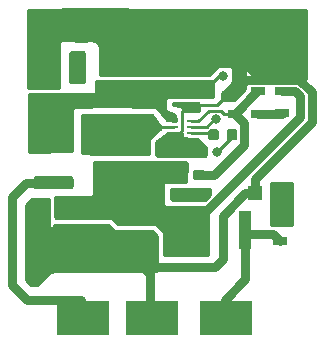
<source format=gtl>
G04 #@! TF.GenerationSoftware,KiCad,Pcbnew,(5.1.4-0-10_14)*
G04 #@! TF.CreationDate,2020-02-13T02:06:37-05:00*
G04 #@! TF.ProjectId,Buck_HighCurrent,4275636b-5f48-4696-9768-43757272656e,rev?*
G04 #@! TF.SameCoordinates,Original*
G04 #@! TF.FileFunction,Copper,L1,Top*
G04 #@! TF.FilePolarity,Positive*
%FSLAX46Y46*%
G04 Gerber Fmt 4.6, Leading zero omitted, Abs format (unit mm)*
G04 Created by KiCad (PCBNEW (5.1.4-0-10_14)) date 2020-02-13 02:06:37*
%MOMM*%
%LPD*%
G04 APERTURE LIST*
%ADD10C,0.100000*%
%ADD11C,0.875000*%
%ADD12R,1.250000X1.000000*%
%ADD13R,1.600000X1.000000*%
%ADD14C,1.125000*%
%ADD15R,2.159000X1.778000*%
%ADD16R,1.200000X1.200000*%
%ADD17R,2.692400X1.981200*%
%ADD18R,1.300000X0.700000*%
%ADD19R,1.000000X3.200000*%
%ADD20R,0.700000X0.200000*%
%ADD21R,4.500000X3.000000*%
%ADD22C,0.800000*%
%ADD23C,0.254000*%
%ADD24C,0.762000*%
G04 APERTURE END LIST*
D10*
G36*
X107447911Y-116614473D02*
G01*
X107469146Y-116617623D01*
X107489970Y-116622839D01*
X107510182Y-116630071D01*
X107529588Y-116639250D01*
X107548001Y-116650286D01*
X107565244Y-116663074D01*
X107581150Y-116677490D01*
X107595566Y-116693396D01*
X107608354Y-116710639D01*
X107619390Y-116729052D01*
X107628569Y-116748458D01*
X107635801Y-116768670D01*
X107641017Y-116789494D01*
X107644167Y-116810729D01*
X107645220Y-116832170D01*
X107645220Y-117269670D01*
X107644167Y-117291111D01*
X107641017Y-117312346D01*
X107635801Y-117333170D01*
X107628569Y-117353382D01*
X107619390Y-117372788D01*
X107608354Y-117391201D01*
X107595566Y-117408444D01*
X107581150Y-117424350D01*
X107565244Y-117438766D01*
X107548001Y-117451554D01*
X107529588Y-117462590D01*
X107510182Y-117471769D01*
X107489970Y-117479001D01*
X107469146Y-117484217D01*
X107447911Y-117487367D01*
X107426470Y-117488420D01*
X106913970Y-117488420D01*
X106892529Y-117487367D01*
X106871294Y-117484217D01*
X106850470Y-117479001D01*
X106830258Y-117471769D01*
X106810852Y-117462590D01*
X106792439Y-117451554D01*
X106775196Y-117438766D01*
X106759290Y-117424350D01*
X106744874Y-117408444D01*
X106732086Y-117391201D01*
X106721050Y-117372788D01*
X106711871Y-117353382D01*
X106704639Y-117333170D01*
X106699423Y-117312346D01*
X106696273Y-117291111D01*
X106695220Y-117269670D01*
X106695220Y-116832170D01*
X106696273Y-116810729D01*
X106699423Y-116789494D01*
X106704639Y-116768670D01*
X106711871Y-116748458D01*
X106721050Y-116729052D01*
X106732086Y-116710639D01*
X106744874Y-116693396D01*
X106759290Y-116677490D01*
X106775196Y-116663074D01*
X106792439Y-116650286D01*
X106810852Y-116639250D01*
X106830258Y-116630071D01*
X106850470Y-116622839D01*
X106871294Y-116617623D01*
X106892529Y-116614473D01*
X106913970Y-116613420D01*
X107426470Y-116613420D01*
X107447911Y-116614473D01*
X107447911Y-116614473D01*
G37*
D11*
X107170220Y-117050920D03*
D10*
G36*
X107447911Y-115039473D02*
G01*
X107469146Y-115042623D01*
X107489970Y-115047839D01*
X107510182Y-115055071D01*
X107529588Y-115064250D01*
X107548001Y-115075286D01*
X107565244Y-115088074D01*
X107581150Y-115102490D01*
X107595566Y-115118396D01*
X107608354Y-115135639D01*
X107619390Y-115154052D01*
X107628569Y-115173458D01*
X107635801Y-115193670D01*
X107641017Y-115214494D01*
X107644167Y-115235729D01*
X107645220Y-115257170D01*
X107645220Y-115694670D01*
X107644167Y-115716111D01*
X107641017Y-115737346D01*
X107635801Y-115758170D01*
X107628569Y-115778382D01*
X107619390Y-115797788D01*
X107608354Y-115816201D01*
X107595566Y-115833444D01*
X107581150Y-115849350D01*
X107565244Y-115863766D01*
X107548001Y-115876554D01*
X107529588Y-115887590D01*
X107510182Y-115896769D01*
X107489970Y-115904001D01*
X107469146Y-115909217D01*
X107447911Y-115912367D01*
X107426470Y-115913420D01*
X106913970Y-115913420D01*
X106892529Y-115912367D01*
X106871294Y-115909217D01*
X106850470Y-115904001D01*
X106830258Y-115896769D01*
X106810852Y-115887590D01*
X106792439Y-115876554D01*
X106775196Y-115863766D01*
X106759290Y-115849350D01*
X106744874Y-115833444D01*
X106732086Y-115816201D01*
X106721050Y-115797788D01*
X106711871Y-115778382D01*
X106704639Y-115758170D01*
X106699423Y-115737346D01*
X106696273Y-115716111D01*
X106695220Y-115694670D01*
X106695220Y-115257170D01*
X106696273Y-115235729D01*
X106699423Y-115214494D01*
X106704639Y-115193670D01*
X106711871Y-115173458D01*
X106721050Y-115154052D01*
X106732086Y-115135639D01*
X106744874Y-115118396D01*
X106759290Y-115102490D01*
X106775196Y-115088074D01*
X106792439Y-115075286D01*
X106810852Y-115064250D01*
X106830258Y-115055071D01*
X106850470Y-115047839D01*
X106871294Y-115042623D01*
X106892529Y-115039473D01*
X106913970Y-115038420D01*
X107426470Y-115038420D01*
X107447911Y-115039473D01*
X107447911Y-115039473D01*
G37*
D11*
X107170220Y-115475920D03*
D12*
X109308900Y-115199920D03*
X109308900Y-117199920D03*
X111574580Y-117151660D03*
X111574580Y-115151660D03*
D10*
G36*
X112416651Y-120551973D02*
G01*
X112437886Y-120555123D01*
X112458710Y-120560339D01*
X112478922Y-120567571D01*
X112498328Y-120576750D01*
X112516741Y-120587786D01*
X112533984Y-120600574D01*
X112549890Y-120614990D01*
X112564306Y-120630896D01*
X112577094Y-120648139D01*
X112588130Y-120666552D01*
X112597309Y-120685958D01*
X112604541Y-120706170D01*
X112609757Y-120726994D01*
X112612907Y-120748229D01*
X112613960Y-120769670D01*
X112613960Y-121282170D01*
X112612907Y-121303611D01*
X112609757Y-121324846D01*
X112604541Y-121345670D01*
X112597309Y-121365882D01*
X112588130Y-121385288D01*
X112577094Y-121403701D01*
X112564306Y-121420944D01*
X112549890Y-121436850D01*
X112533984Y-121451266D01*
X112516741Y-121464054D01*
X112498328Y-121475090D01*
X112478922Y-121484269D01*
X112458710Y-121491501D01*
X112437886Y-121496717D01*
X112416651Y-121499867D01*
X112395210Y-121500920D01*
X111957710Y-121500920D01*
X111936269Y-121499867D01*
X111915034Y-121496717D01*
X111894210Y-121491501D01*
X111873998Y-121484269D01*
X111854592Y-121475090D01*
X111836179Y-121464054D01*
X111818936Y-121451266D01*
X111803030Y-121436850D01*
X111788614Y-121420944D01*
X111775826Y-121403701D01*
X111764790Y-121385288D01*
X111755611Y-121365882D01*
X111748379Y-121345670D01*
X111743163Y-121324846D01*
X111740013Y-121303611D01*
X111738960Y-121282170D01*
X111738960Y-120769670D01*
X111740013Y-120748229D01*
X111743163Y-120726994D01*
X111748379Y-120706170D01*
X111755611Y-120685958D01*
X111764790Y-120666552D01*
X111775826Y-120648139D01*
X111788614Y-120630896D01*
X111803030Y-120614990D01*
X111818936Y-120600574D01*
X111836179Y-120587786D01*
X111854592Y-120576750D01*
X111873998Y-120567571D01*
X111894210Y-120560339D01*
X111915034Y-120555123D01*
X111936269Y-120551973D01*
X111957710Y-120550920D01*
X112395210Y-120550920D01*
X112416651Y-120551973D01*
X112416651Y-120551973D01*
G37*
D11*
X112176460Y-121025920D03*
D10*
G36*
X113991651Y-120551973D02*
G01*
X114012886Y-120555123D01*
X114033710Y-120560339D01*
X114053922Y-120567571D01*
X114073328Y-120576750D01*
X114091741Y-120587786D01*
X114108984Y-120600574D01*
X114124890Y-120614990D01*
X114139306Y-120630896D01*
X114152094Y-120648139D01*
X114163130Y-120666552D01*
X114172309Y-120685958D01*
X114179541Y-120706170D01*
X114184757Y-120726994D01*
X114187907Y-120748229D01*
X114188960Y-120769670D01*
X114188960Y-121282170D01*
X114187907Y-121303611D01*
X114184757Y-121324846D01*
X114179541Y-121345670D01*
X114172309Y-121365882D01*
X114163130Y-121385288D01*
X114152094Y-121403701D01*
X114139306Y-121420944D01*
X114124890Y-121436850D01*
X114108984Y-121451266D01*
X114091741Y-121464054D01*
X114073328Y-121475090D01*
X114053922Y-121484269D01*
X114033710Y-121491501D01*
X114012886Y-121496717D01*
X113991651Y-121499867D01*
X113970210Y-121500920D01*
X113532710Y-121500920D01*
X113511269Y-121499867D01*
X113490034Y-121496717D01*
X113469210Y-121491501D01*
X113448998Y-121484269D01*
X113429592Y-121475090D01*
X113411179Y-121464054D01*
X113393936Y-121451266D01*
X113378030Y-121436850D01*
X113363614Y-121420944D01*
X113350826Y-121403701D01*
X113339790Y-121385288D01*
X113330611Y-121365882D01*
X113323379Y-121345670D01*
X113318163Y-121324846D01*
X113315013Y-121303611D01*
X113313960Y-121282170D01*
X113313960Y-120769670D01*
X113315013Y-120748229D01*
X113318163Y-120726994D01*
X113323379Y-120706170D01*
X113330611Y-120685958D01*
X113339790Y-120666552D01*
X113350826Y-120648139D01*
X113363614Y-120630896D01*
X113378030Y-120614990D01*
X113393936Y-120600574D01*
X113411179Y-120587786D01*
X113429592Y-120576750D01*
X113448998Y-120567571D01*
X113469210Y-120560339D01*
X113490034Y-120555123D01*
X113511269Y-120551973D01*
X113532710Y-120550920D01*
X113970210Y-120550920D01*
X113991651Y-120551973D01*
X113991651Y-120551973D01*
G37*
D11*
X113751460Y-121025920D03*
D12*
X100007420Y-127226820D03*
X100007420Y-129226820D03*
D13*
X102270560Y-127250060D03*
X102270560Y-130250060D03*
D10*
G36*
X107097865Y-126765004D02*
G01*
X107122133Y-126768604D01*
X107145932Y-126774565D01*
X107169031Y-126782830D01*
X107191210Y-126793320D01*
X107212253Y-126805932D01*
X107231959Y-126820547D01*
X107250137Y-126837023D01*
X107266613Y-126855201D01*
X107281228Y-126874907D01*
X107293840Y-126895950D01*
X107304330Y-126918129D01*
X107312595Y-126941228D01*
X107318556Y-126965027D01*
X107322156Y-126989295D01*
X107323360Y-127013799D01*
X107323360Y-127638801D01*
X107322156Y-127663305D01*
X107318556Y-127687573D01*
X107312595Y-127711372D01*
X107304330Y-127734471D01*
X107293840Y-127756650D01*
X107281228Y-127777693D01*
X107266613Y-127797399D01*
X107250137Y-127815577D01*
X107231959Y-127832053D01*
X107212253Y-127846668D01*
X107191210Y-127859280D01*
X107169031Y-127869770D01*
X107145932Y-127878035D01*
X107122133Y-127883996D01*
X107097865Y-127887596D01*
X107073361Y-127888800D01*
X104173359Y-127888800D01*
X104148855Y-127887596D01*
X104124587Y-127883996D01*
X104100788Y-127878035D01*
X104077689Y-127869770D01*
X104055510Y-127859280D01*
X104034467Y-127846668D01*
X104014761Y-127832053D01*
X103996583Y-127815577D01*
X103980107Y-127797399D01*
X103965492Y-127777693D01*
X103952880Y-127756650D01*
X103942390Y-127734471D01*
X103934125Y-127711372D01*
X103928164Y-127687573D01*
X103924564Y-127663305D01*
X103923360Y-127638801D01*
X103923360Y-127013799D01*
X103924564Y-126989295D01*
X103928164Y-126965027D01*
X103934125Y-126941228D01*
X103942390Y-126918129D01*
X103952880Y-126895950D01*
X103965492Y-126874907D01*
X103980107Y-126855201D01*
X103996583Y-126837023D01*
X104014761Y-126820547D01*
X104034467Y-126805932D01*
X104055510Y-126793320D01*
X104077689Y-126782830D01*
X104100788Y-126774565D01*
X104124587Y-126768604D01*
X104148855Y-126765004D01*
X104173359Y-126763800D01*
X107073361Y-126763800D01*
X107097865Y-126765004D01*
X107097865Y-126765004D01*
G37*
D14*
X105623360Y-127326300D03*
D10*
G36*
X107097865Y-131040004D02*
G01*
X107122133Y-131043604D01*
X107145932Y-131049565D01*
X107169031Y-131057830D01*
X107191210Y-131068320D01*
X107212253Y-131080932D01*
X107231959Y-131095547D01*
X107250137Y-131112023D01*
X107266613Y-131130201D01*
X107281228Y-131149907D01*
X107293840Y-131170950D01*
X107304330Y-131193129D01*
X107312595Y-131216228D01*
X107318556Y-131240027D01*
X107322156Y-131264295D01*
X107323360Y-131288799D01*
X107323360Y-131913801D01*
X107322156Y-131938305D01*
X107318556Y-131962573D01*
X107312595Y-131986372D01*
X107304330Y-132009471D01*
X107293840Y-132031650D01*
X107281228Y-132052693D01*
X107266613Y-132072399D01*
X107250137Y-132090577D01*
X107231959Y-132107053D01*
X107212253Y-132121668D01*
X107191210Y-132134280D01*
X107169031Y-132144770D01*
X107145932Y-132153035D01*
X107122133Y-132158996D01*
X107097865Y-132162596D01*
X107073361Y-132163800D01*
X104173359Y-132163800D01*
X104148855Y-132162596D01*
X104124587Y-132158996D01*
X104100788Y-132153035D01*
X104077689Y-132144770D01*
X104055510Y-132134280D01*
X104034467Y-132121668D01*
X104014761Y-132107053D01*
X103996583Y-132090577D01*
X103980107Y-132072399D01*
X103965492Y-132052693D01*
X103952880Y-132031650D01*
X103942390Y-132009471D01*
X103934125Y-131986372D01*
X103928164Y-131962573D01*
X103924564Y-131938305D01*
X103923360Y-131913801D01*
X103923360Y-131288799D01*
X103924564Y-131264295D01*
X103928164Y-131240027D01*
X103934125Y-131216228D01*
X103942390Y-131193129D01*
X103952880Y-131170950D01*
X103965492Y-131149907D01*
X103980107Y-131130201D01*
X103996583Y-131112023D01*
X104014761Y-131095547D01*
X104034467Y-131080932D01*
X104055510Y-131068320D01*
X104077689Y-131057830D01*
X104100788Y-131049565D01*
X104124587Y-131043604D01*
X104148855Y-131040004D01*
X104173359Y-131038800D01*
X107073361Y-131038800D01*
X107097865Y-131040004D01*
X107097865Y-131040004D01*
G37*
D14*
X105623360Y-131601300D03*
D10*
G36*
X111222351Y-123967573D02*
G01*
X111243586Y-123970723D01*
X111264410Y-123975939D01*
X111284622Y-123983171D01*
X111304028Y-123992350D01*
X111322441Y-124003386D01*
X111339684Y-124016174D01*
X111355590Y-124030590D01*
X111370006Y-124046496D01*
X111382794Y-124063739D01*
X111393830Y-124082152D01*
X111403009Y-124101558D01*
X111410241Y-124121770D01*
X111415457Y-124142594D01*
X111418607Y-124163829D01*
X111419660Y-124185270D01*
X111419660Y-124622770D01*
X111418607Y-124644211D01*
X111415457Y-124665446D01*
X111410241Y-124686270D01*
X111403009Y-124706482D01*
X111393830Y-124725888D01*
X111382794Y-124744301D01*
X111370006Y-124761544D01*
X111355590Y-124777450D01*
X111339684Y-124791866D01*
X111322441Y-124804654D01*
X111304028Y-124815690D01*
X111284622Y-124824869D01*
X111264410Y-124832101D01*
X111243586Y-124837317D01*
X111222351Y-124840467D01*
X111200910Y-124841520D01*
X110688410Y-124841520D01*
X110666969Y-124840467D01*
X110645734Y-124837317D01*
X110624910Y-124832101D01*
X110604698Y-124824869D01*
X110585292Y-124815690D01*
X110566879Y-124804654D01*
X110549636Y-124791866D01*
X110533730Y-124777450D01*
X110519314Y-124761544D01*
X110506526Y-124744301D01*
X110495490Y-124725888D01*
X110486311Y-124706482D01*
X110479079Y-124686270D01*
X110473863Y-124665446D01*
X110470713Y-124644211D01*
X110469660Y-124622770D01*
X110469660Y-124185270D01*
X110470713Y-124163829D01*
X110473863Y-124142594D01*
X110479079Y-124121770D01*
X110486311Y-124101558D01*
X110495490Y-124082152D01*
X110506526Y-124063739D01*
X110519314Y-124046496D01*
X110533730Y-124030590D01*
X110549636Y-124016174D01*
X110566879Y-124003386D01*
X110585292Y-123992350D01*
X110604698Y-123983171D01*
X110624910Y-123975939D01*
X110645734Y-123970723D01*
X110666969Y-123967573D01*
X110688410Y-123966520D01*
X111200910Y-123966520D01*
X111222351Y-123967573D01*
X111222351Y-123967573D01*
G37*
D11*
X110944660Y-124404020D03*
D10*
G36*
X111222351Y-125542573D02*
G01*
X111243586Y-125545723D01*
X111264410Y-125550939D01*
X111284622Y-125558171D01*
X111304028Y-125567350D01*
X111322441Y-125578386D01*
X111339684Y-125591174D01*
X111355590Y-125605590D01*
X111370006Y-125621496D01*
X111382794Y-125638739D01*
X111393830Y-125657152D01*
X111403009Y-125676558D01*
X111410241Y-125696770D01*
X111415457Y-125717594D01*
X111418607Y-125738829D01*
X111419660Y-125760270D01*
X111419660Y-126197770D01*
X111418607Y-126219211D01*
X111415457Y-126240446D01*
X111410241Y-126261270D01*
X111403009Y-126281482D01*
X111393830Y-126300888D01*
X111382794Y-126319301D01*
X111370006Y-126336544D01*
X111355590Y-126352450D01*
X111339684Y-126366866D01*
X111322441Y-126379654D01*
X111304028Y-126390690D01*
X111284622Y-126399869D01*
X111264410Y-126407101D01*
X111243586Y-126412317D01*
X111222351Y-126415467D01*
X111200910Y-126416520D01*
X110688410Y-126416520D01*
X110666969Y-126415467D01*
X110645734Y-126412317D01*
X110624910Y-126407101D01*
X110604698Y-126399869D01*
X110585292Y-126390690D01*
X110566879Y-126379654D01*
X110549636Y-126366866D01*
X110533730Y-126352450D01*
X110519314Y-126336544D01*
X110506526Y-126319301D01*
X110495490Y-126300888D01*
X110486311Y-126281482D01*
X110479079Y-126261270D01*
X110473863Y-126240446D01*
X110470713Y-126219211D01*
X110469660Y-126197770D01*
X110469660Y-125760270D01*
X110470713Y-125738829D01*
X110473863Y-125717594D01*
X110479079Y-125696770D01*
X110486311Y-125676558D01*
X110495490Y-125657152D01*
X110506526Y-125638739D01*
X110519314Y-125621496D01*
X110533730Y-125605590D01*
X110549636Y-125591174D01*
X110566879Y-125578386D01*
X110585292Y-125567350D01*
X110604698Y-125558171D01*
X110624910Y-125550939D01*
X110645734Y-125545723D01*
X110666969Y-125542573D01*
X110688410Y-125541520D01*
X111200910Y-125541520D01*
X111222351Y-125542573D01*
X111222351Y-125542573D01*
G37*
D11*
X110944660Y-125979020D03*
D15*
X104096820Y-113190020D03*
X104096820Y-117254020D03*
D16*
X100688140Y-114483060D03*
X100688140Y-112283060D03*
X115661260Y-125991620D03*
X117861260Y-125991620D03*
D10*
G36*
X100110325Y-120254984D02*
G01*
X100134593Y-120258584D01*
X100158392Y-120264545D01*
X100181491Y-120272810D01*
X100203670Y-120283300D01*
X100224713Y-120295912D01*
X100244419Y-120310527D01*
X100262597Y-120327003D01*
X100279073Y-120345181D01*
X100293688Y-120364887D01*
X100306300Y-120385930D01*
X100316790Y-120408109D01*
X100325055Y-120431208D01*
X100331016Y-120455007D01*
X100334616Y-120479275D01*
X100335820Y-120503779D01*
X100335820Y-121128781D01*
X100334616Y-121153285D01*
X100331016Y-121177553D01*
X100325055Y-121201352D01*
X100316790Y-121224451D01*
X100306300Y-121246630D01*
X100293688Y-121267673D01*
X100279073Y-121287379D01*
X100262597Y-121305557D01*
X100244419Y-121322033D01*
X100224713Y-121336648D01*
X100203670Y-121349260D01*
X100181491Y-121359750D01*
X100158392Y-121368015D01*
X100134593Y-121373976D01*
X100110325Y-121377576D01*
X100085821Y-121378780D01*
X97185819Y-121378780D01*
X97161315Y-121377576D01*
X97137047Y-121373976D01*
X97113248Y-121368015D01*
X97090149Y-121359750D01*
X97067970Y-121349260D01*
X97046927Y-121336648D01*
X97027221Y-121322033D01*
X97009043Y-121305557D01*
X96992567Y-121287379D01*
X96977952Y-121267673D01*
X96965340Y-121246630D01*
X96954850Y-121224451D01*
X96946585Y-121201352D01*
X96940624Y-121177553D01*
X96937024Y-121153285D01*
X96935820Y-121128781D01*
X96935820Y-120503779D01*
X96937024Y-120479275D01*
X96940624Y-120455007D01*
X96946585Y-120431208D01*
X96954850Y-120408109D01*
X96965340Y-120385930D01*
X96977952Y-120364887D01*
X96992567Y-120345181D01*
X97009043Y-120327003D01*
X97027221Y-120310527D01*
X97046927Y-120295912D01*
X97067970Y-120283300D01*
X97090149Y-120272810D01*
X97113248Y-120264545D01*
X97137047Y-120258584D01*
X97161315Y-120254984D01*
X97185819Y-120253780D01*
X100085821Y-120253780D01*
X100110325Y-120254984D01*
X100110325Y-120254984D01*
G37*
D14*
X98635820Y-120816280D03*
D10*
G36*
X100110325Y-124529984D02*
G01*
X100134593Y-124533584D01*
X100158392Y-124539545D01*
X100181491Y-124547810D01*
X100203670Y-124558300D01*
X100224713Y-124570912D01*
X100244419Y-124585527D01*
X100262597Y-124602003D01*
X100279073Y-124620181D01*
X100293688Y-124639887D01*
X100306300Y-124660930D01*
X100316790Y-124683109D01*
X100325055Y-124706208D01*
X100331016Y-124730007D01*
X100334616Y-124754275D01*
X100335820Y-124778779D01*
X100335820Y-125403781D01*
X100334616Y-125428285D01*
X100331016Y-125452553D01*
X100325055Y-125476352D01*
X100316790Y-125499451D01*
X100306300Y-125521630D01*
X100293688Y-125542673D01*
X100279073Y-125562379D01*
X100262597Y-125580557D01*
X100244419Y-125597033D01*
X100224713Y-125611648D01*
X100203670Y-125624260D01*
X100181491Y-125634750D01*
X100158392Y-125643015D01*
X100134593Y-125648976D01*
X100110325Y-125652576D01*
X100085821Y-125653780D01*
X97185819Y-125653780D01*
X97161315Y-125652576D01*
X97137047Y-125648976D01*
X97113248Y-125643015D01*
X97090149Y-125634750D01*
X97067970Y-125624260D01*
X97046927Y-125611648D01*
X97027221Y-125597033D01*
X97009043Y-125580557D01*
X96992567Y-125562379D01*
X96977952Y-125542673D01*
X96965340Y-125521630D01*
X96954850Y-125499451D01*
X96946585Y-125476352D01*
X96940624Y-125452553D01*
X96937024Y-125428285D01*
X96935820Y-125403781D01*
X96935820Y-124778779D01*
X96937024Y-124754275D01*
X96940624Y-124730007D01*
X96946585Y-124706208D01*
X96954850Y-124683109D01*
X96965340Y-124660930D01*
X96977952Y-124639887D01*
X96992567Y-124620181D01*
X97009043Y-124602003D01*
X97027221Y-124585527D01*
X97046927Y-124570912D01*
X97067970Y-124558300D01*
X97090149Y-124547810D01*
X97113248Y-124539545D01*
X97137047Y-124533584D01*
X97161315Y-124529984D01*
X97185819Y-124528780D01*
X100085821Y-124528780D01*
X100110325Y-124529984D01*
X100110325Y-124529984D01*
G37*
D14*
X98635820Y-125091280D03*
D17*
X104114600Y-124714000D03*
X104114600Y-120650000D03*
D18*
X113964720Y-119222560D03*
X113964720Y-117322560D03*
X115940840Y-117322560D03*
X115940840Y-119222560D03*
X117975380Y-117309860D03*
X117975380Y-119209860D03*
D19*
X114885400Y-129123440D03*
X108685400Y-129123440D03*
D18*
X117815360Y-128135340D03*
X117815360Y-130035340D03*
D10*
G36*
X109545951Y-125542573D02*
G01*
X109567186Y-125545723D01*
X109588010Y-125550939D01*
X109608222Y-125558171D01*
X109627628Y-125567350D01*
X109646041Y-125578386D01*
X109663284Y-125591174D01*
X109679190Y-125605590D01*
X109693606Y-125621496D01*
X109706394Y-125638739D01*
X109717430Y-125657152D01*
X109726609Y-125676558D01*
X109733841Y-125696770D01*
X109739057Y-125717594D01*
X109742207Y-125738829D01*
X109743260Y-125760270D01*
X109743260Y-126197770D01*
X109742207Y-126219211D01*
X109739057Y-126240446D01*
X109733841Y-126261270D01*
X109726609Y-126281482D01*
X109717430Y-126300888D01*
X109706394Y-126319301D01*
X109693606Y-126336544D01*
X109679190Y-126352450D01*
X109663284Y-126366866D01*
X109646041Y-126379654D01*
X109627628Y-126390690D01*
X109608222Y-126399869D01*
X109588010Y-126407101D01*
X109567186Y-126412317D01*
X109545951Y-126415467D01*
X109524510Y-126416520D01*
X109012010Y-126416520D01*
X108990569Y-126415467D01*
X108969334Y-126412317D01*
X108948510Y-126407101D01*
X108928298Y-126399869D01*
X108908892Y-126390690D01*
X108890479Y-126379654D01*
X108873236Y-126366866D01*
X108857330Y-126352450D01*
X108842914Y-126336544D01*
X108830126Y-126319301D01*
X108819090Y-126300888D01*
X108809911Y-126281482D01*
X108802679Y-126261270D01*
X108797463Y-126240446D01*
X108794313Y-126219211D01*
X108793260Y-126197770D01*
X108793260Y-125760270D01*
X108794313Y-125738829D01*
X108797463Y-125717594D01*
X108802679Y-125696770D01*
X108809911Y-125676558D01*
X108819090Y-125657152D01*
X108830126Y-125638739D01*
X108842914Y-125621496D01*
X108857330Y-125605590D01*
X108873236Y-125591174D01*
X108890479Y-125578386D01*
X108908892Y-125567350D01*
X108928298Y-125558171D01*
X108948510Y-125550939D01*
X108969334Y-125545723D01*
X108990569Y-125542573D01*
X109012010Y-125541520D01*
X109524510Y-125541520D01*
X109545951Y-125542573D01*
X109545951Y-125542573D01*
G37*
D11*
X109268260Y-125979020D03*
D10*
G36*
X109545951Y-123967573D02*
G01*
X109567186Y-123970723D01*
X109588010Y-123975939D01*
X109608222Y-123983171D01*
X109627628Y-123992350D01*
X109646041Y-124003386D01*
X109663284Y-124016174D01*
X109679190Y-124030590D01*
X109693606Y-124046496D01*
X109706394Y-124063739D01*
X109717430Y-124082152D01*
X109726609Y-124101558D01*
X109733841Y-124121770D01*
X109739057Y-124142594D01*
X109742207Y-124163829D01*
X109743260Y-124185270D01*
X109743260Y-124622770D01*
X109742207Y-124644211D01*
X109739057Y-124665446D01*
X109733841Y-124686270D01*
X109726609Y-124706482D01*
X109717430Y-124725888D01*
X109706394Y-124744301D01*
X109693606Y-124761544D01*
X109679190Y-124777450D01*
X109663284Y-124791866D01*
X109646041Y-124804654D01*
X109627628Y-124815690D01*
X109608222Y-124824869D01*
X109588010Y-124832101D01*
X109567186Y-124837317D01*
X109545951Y-124840467D01*
X109524510Y-124841520D01*
X109012010Y-124841520D01*
X108990569Y-124840467D01*
X108969334Y-124837317D01*
X108948510Y-124832101D01*
X108928298Y-124824869D01*
X108908892Y-124815690D01*
X108890479Y-124804654D01*
X108873236Y-124791866D01*
X108857330Y-124777450D01*
X108842914Y-124761544D01*
X108830126Y-124744301D01*
X108819090Y-124725888D01*
X108809911Y-124706482D01*
X108802679Y-124686270D01*
X108797463Y-124665446D01*
X108794313Y-124644211D01*
X108793260Y-124622770D01*
X108793260Y-124185270D01*
X108794313Y-124163829D01*
X108797463Y-124142594D01*
X108802679Y-124121770D01*
X108809911Y-124101558D01*
X108819090Y-124082152D01*
X108830126Y-124063739D01*
X108842914Y-124046496D01*
X108857330Y-124030590D01*
X108873236Y-124016174D01*
X108890479Y-124003386D01*
X108908892Y-123992350D01*
X108928298Y-123983171D01*
X108948510Y-123975939D01*
X108969334Y-123970723D01*
X108990569Y-123967573D01*
X109012010Y-123966520D01*
X109524510Y-123966520D01*
X109545951Y-123967573D01*
X109545951Y-123967573D01*
G37*
D11*
X109268260Y-124404020D03*
D20*
X108802740Y-119860440D03*
X108802740Y-120860440D03*
X110302740Y-119860440D03*
X108802740Y-120360440D03*
X110302740Y-120860440D03*
X110302740Y-120360440D03*
D21*
X101119940Y-136519920D03*
X113263680Y-136542780D03*
X106936540Y-136519920D03*
D18*
X100660200Y-118168460D03*
X100660200Y-116268460D03*
D22*
X112406779Y-119707881D03*
X113024920Y-116039900D03*
X97282000Y-128016000D03*
X97282000Y-129286000D03*
X97282000Y-130556000D03*
X97282000Y-131826000D03*
X107950000Y-122174000D03*
X109220000Y-122174000D03*
X110490000Y-122174000D03*
X97282000Y-116332000D03*
X98298000Y-115316000D03*
X97282000Y-114300000D03*
X98298000Y-113284000D03*
X116586000Y-114808000D03*
X116840000Y-112014000D03*
X114300000Y-112014000D03*
X112014000Y-112014000D03*
X109728000Y-112014000D03*
X107696000Y-112014000D03*
X112453420Y-122509280D03*
X107373420Y-120347740D03*
D23*
X112247675Y-119707881D02*
X112406779Y-119707881D01*
X111595116Y-120360440D02*
X112247675Y-119707881D01*
X110302740Y-120360440D02*
X111595116Y-120360440D01*
X112686340Y-116039900D02*
X111574580Y-117151660D01*
X113024920Y-116039900D02*
X112686340Y-116039900D01*
X109354339Y-120860440D02*
X109514640Y-120700139D01*
X108802740Y-120860440D02*
X109354339Y-120860440D01*
X109514640Y-120700139D02*
X109514640Y-119047260D01*
D24*
X106256570Y-132234510D02*
X112314150Y-132234510D01*
X105623360Y-131601300D02*
X106256570Y-132234510D01*
X112314150Y-132234510D02*
X112966500Y-131582160D01*
X114871418Y-125991620D02*
X115661260Y-125991620D01*
X112966500Y-127896538D02*
X114871418Y-125991620D01*
X112966500Y-131582160D02*
X112966500Y-127896538D01*
X114939430Y-116347850D02*
X113964720Y-117322560D01*
X119450777Y-116347850D02*
X114939430Y-116347850D01*
X120484250Y-117381323D02*
X119450777Y-116347850D01*
X120484250Y-119947077D02*
X120484250Y-117381323D01*
X115661260Y-124770066D02*
X120484250Y-119947077D01*
X115661260Y-125991620D02*
X115661260Y-124770066D01*
X113964720Y-117322560D02*
X113664720Y-117322560D01*
D23*
X113664720Y-117322560D02*
X112496280Y-118491000D01*
X112496280Y-118491000D02*
X110490000Y-118491000D01*
D24*
X106809540Y-136392920D02*
X106936540Y-136519920D01*
X106809540Y-132787480D02*
X106809540Y-136392920D01*
X105623360Y-131601300D02*
X106809540Y-132787480D01*
D23*
X112010980Y-120860440D02*
X112176460Y-121025920D01*
X110302740Y-120860440D02*
X112010980Y-120860440D01*
X113751460Y-121211240D02*
X112453420Y-122509280D01*
X113751460Y-121025920D02*
X113751460Y-121211240D01*
X107386120Y-120360440D02*
X107373420Y-120347740D01*
X108802740Y-120360440D02*
X107386120Y-120360440D01*
D24*
X119052300Y-117309860D02*
X117975380Y-117309860D01*
X119522240Y-117779800D02*
X119052300Y-117309860D01*
X119522240Y-119548600D02*
X119522240Y-117779800D01*
X109947400Y-129123440D02*
X119522240Y-119548600D01*
X108685400Y-129123440D02*
X109947400Y-129123440D01*
X115864720Y-117322560D02*
X113964720Y-119222560D01*
X115940840Y-117322560D02*
X115864720Y-117322560D01*
X114769970Y-120027810D02*
X113964720Y-119222560D01*
X114769970Y-121889450D02*
X114769970Y-120027810D01*
X112255400Y-124404020D02*
X114769970Y-121889450D01*
X110944660Y-124404020D02*
X112255400Y-124404020D01*
D23*
X112819040Y-118980880D02*
X113060720Y-119222560D01*
X111786300Y-118980880D02*
X112819040Y-118980880D01*
X113060720Y-119222560D02*
X113964720Y-119222560D01*
X110906740Y-119860440D02*
X111786300Y-118980880D01*
X110302740Y-119860440D02*
X110906740Y-119860440D01*
D24*
X95138240Y-133731000D02*
X96403160Y-134995920D01*
X96403160Y-134995920D02*
X100992940Y-134995920D01*
X96328140Y-125091280D02*
X95138240Y-126281180D01*
X95138240Y-126281180D02*
X95138240Y-133731000D01*
X98635820Y-125091280D02*
X96328140Y-125091280D01*
X100992940Y-136392920D02*
X101119940Y-136519920D01*
X100992940Y-134995920D02*
X100992940Y-136392920D01*
X117962680Y-119222560D02*
X117975380Y-119209860D01*
X115940840Y-119222560D02*
X117962680Y-119222560D01*
X114885400Y-133270060D02*
X114885400Y-129123440D01*
X113136680Y-135018780D02*
X114885400Y-133270060D01*
X115182580Y-129420620D02*
X117200640Y-129420620D01*
X117200640Y-129420620D02*
X117815360Y-130035340D01*
X114885400Y-129123440D02*
X115182580Y-129420620D01*
X113136680Y-136415780D02*
X113263680Y-136542780D01*
X113136680Y-135018780D02*
X113136680Y-136415780D01*
D23*
G36*
X112140792Y-116485016D02*
G01*
X112148457Y-116492691D01*
X112155697Y-116519967D01*
X112151698Y-117770867D01*
X112144392Y-117797921D01*
X112136759Y-117805563D01*
X112109712Y-117812896D01*
X108378880Y-117828685D01*
X108346007Y-117833158D01*
X108269848Y-117853925D01*
X108246586Y-117862797D01*
X108225502Y-117876037D01*
X108213029Y-117887077D01*
X108157477Y-117943160D01*
X108141775Y-117962480D01*
X108130143Y-117984492D01*
X108124868Y-118000290D01*
X108104826Y-118076642D01*
X108100666Y-118109555D01*
X108104336Y-118806003D01*
X108107413Y-118833130D01*
X108121670Y-118896691D01*
X108129474Y-118920333D01*
X108144596Y-118945895D01*
X108184091Y-118997698D01*
X108201053Y-119015921D01*
X108225470Y-119032836D01*
X108282987Y-119063414D01*
X108308329Y-119073564D01*
X108837684Y-119221930D01*
X108860853Y-119235193D01*
X108874982Y-119257846D01*
X109006640Y-119667418D01*
X109006640Y-119858733D01*
X108303911Y-119772327D01*
X108247739Y-119741545D01*
X107432694Y-118754999D01*
X107412898Y-118735751D01*
X107360959Y-118695235D01*
X107339923Y-118681919D01*
X107311403Y-118671623D01*
X107247217Y-118656811D01*
X107219798Y-118653564D01*
X103254023Y-118618022D01*
X103252447Y-118618018D01*
X103248677Y-118618031D01*
X103247111Y-118618046D01*
X100500187Y-118661399D01*
X100467974Y-118666079D01*
X100393362Y-118686953D01*
X100370160Y-118695979D01*
X100349163Y-118709357D01*
X100337651Y-118719580D01*
X100282944Y-118774440D01*
X100267177Y-118793707D01*
X100255472Y-118815680D01*
X100250472Y-118830244D01*
X100229808Y-118904914D01*
X100225219Y-118937139D01*
X100181005Y-122343976D01*
X100173664Y-122370593D01*
X100166130Y-122378187D01*
X100139575Y-122385740D01*
X96600895Y-122459971D01*
X96573278Y-122453088D01*
X96565487Y-122445463D01*
X96558015Y-122418005D01*
X96555644Y-117644137D01*
X96562917Y-117616947D01*
X96570574Y-117609287D01*
X96597761Y-117602000D01*
X101973380Y-117602000D01*
X102006250Y-117597672D01*
X102082450Y-117577254D01*
X102105751Y-117568485D01*
X102126893Y-117555338D01*
X102139383Y-117544385D01*
X102195165Y-117488603D01*
X102210959Y-117469357D01*
X102222695Y-117447401D01*
X102228034Y-117431670D01*
X102248452Y-117355470D01*
X102252780Y-117322600D01*
X102252780Y-116534138D01*
X102260062Y-116506962D01*
X102267722Y-116499302D01*
X102294898Y-116492020D01*
X104666169Y-116492020D01*
X112113527Y-116477741D01*
X112140792Y-116485016D01*
X112140792Y-116485016D01*
G37*
X112140792Y-116485016D02*
X112148457Y-116492691D01*
X112155697Y-116519967D01*
X112151698Y-117770867D01*
X112144392Y-117797921D01*
X112136759Y-117805563D01*
X112109712Y-117812896D01*
X108378880Y-117828685D01*
X108346007Y-117833158D01*
X108269848Y-117853925D01*
X108246586Y-117862797D01*
X108225502Y-117876037D01*
X108213029Y-117887077D01*
X108157477Y-117943160D01*
X108141775Y-117962480D01*
X108130143Y-117984492D01*
X108124868Y-118000290D01*
X108104826Y-118076642D01*
X108100666Y-118109555D01*
X108104336Y-118806003D01*
X108107413Y-118833130D01*
X108121670Y-118896691D01*
X108129474Y-118920333D01*
X108144596Y-118945895D01*
X108184091Y-118997698D01*
X108201053Y-119015921D01*
X108225470Y-119032836D01*
X108282987Y-119063414D01*
X108308329Y-119073564D01*
X108837684Y-119221930D01*
X108860853Y-119235193D01*
X108874982Y-119257846D01*
X109006640Y-119667418D01*
X109006640Y-119858733D01*
X108303911Y-119772327D01*
X108247739Y-119741545D01*
X107432694Y-118754999D01*
X107412898Y-118735751D01*
X107360959Y-118695235D01*
X107339923Y-118681919D01*
X107311403Y-118671623D01*
X107247217Y-118656811D01*
X107219798Y-118653564D01*
X103254023Y-118618022D01*
X103252447Y-118618018D01*
X103248677Y-118618031D01*
X103247111Y-118618046D01*
X100500187Y-118661399D01*
X100467974Y-118666079D01*
X100393362Y-118686953D01*
X100370160Y-118695979D01*
X100349163Y-118709357D01*
X100337651Y-118719580D01*
X100282944Y-118774440D01*
X100267177Y-118793707D01*
X100255472Y-118815680D01*
X100250472Y-118830244D01*
X100229808Y-118904914D01*
X100225219Y-118937139D01*
X100181005Y-122343976D01*
X100173664Y-122370593D01*
X100166130Y-122378187D01*
X100139575Y-122385740D01*
X96600895Y-122459971D01*
X96573278Y-122453088D01*
X96565487Y-122445463D01*
X96558015Y-122418005D01*
X96555644Y-117644137D01*
X96562917Y-117616947D01*
X96570574Y-117609287D01*
X96597761Y-117602000D01*
X101973380Y-117602000D01*
X102006250Y-117597672D01*
X102082450Y-117577254D01*
X102105751Y-117568485D01*
X102126893Y-117555338D01*
X102139383Y-117544385D01*
X102195165Y-117488603D01*
X102210959Y-117469357D01*
X102222695Y-117447401D01*
X102228034Y-117431670D01*
X102248452Y-117355470D01*
X102252780Y-117322600D01*
X102252780Y-116534138D01*
X102260062Y-116506962D01*
X102267722Y-116499302D01*
X102294898Y-116492020D01*
X104666169Y-116492020D01*
X112113527Y-116477741D01*
X112140792Y-116485016D01*
G36*
X109474000Y-121014184D02*
G01*
X109478293Y-121046925D01*
X109498550Y-121122845D01*
X109507295Y-121146155D01*
X109520420Y-121167311D01*
X109531170Y-121179622D01*
X109586556Y-121235360D01*
X109605751Y-121251215D01*
X109627671Y-121263020D01*
X109643125Y-121268339D01*
X109718915Y-121289077D01*
X109751627Y-121293577D01*
X109767954Y-121293681D01*
X109806232Y-121314141D01*
X109878051Y-121335927D01*
X109952740Y-121343283D01*
X110144457Y-121343283D01*
X110203155Y-121361089D01*
X110277793Y-121368440D01*
X110818014Y-121368440D01*
X111515117Y-122065543D01*
X111527167Y-122083577D01*
X111531400Y-122104857D01*
X111531400Y-122738942D01*
X111524118Y-122766118D01*
X111516458Y-122773778D01*
X111489282Y-122781060D01*
X107385058Y-122781060D01*
X107357882Y-122773778D01*
X107350222Y-122766118D01*
X107342940Y-122738942D01*
X107342940Y-121630346D01*
X107348514Y-121606204D01*
X107364106Y-121586949D01*
X108214663Y-120922468D01*
X108268300Y-120904000D01*
X109330906Y-120904000D01*
X109363793Y-120899668D01*
X109440027Y-120879230D01*
X109463326Y-120870457D01*
X109474000Y-120863817D01*
X109474000Y-121014184D01*
X109474000Y-121014184D01*
G37*
X109474000Y-121014184D02*
X109478293Y-121046925D01*
X109498550Y-121122845D01*
X109507295Y-121146155D01*
X109520420Y-121167311D01*
X109531170Y-121179622D01*
X109586556Y-121235360D01*
X109605751Y-121251215D01*
X109627671Y-121263020D01*
X109643125Y-121268339D01*
X109718915Y-121289077D01*
X109751627Y-121293577D01*
X109767954Y-121293681D01*
X109806232Y-121314141D01*
X109878051Y-121335927D01*
X109952740Y-121343283D01*
X110144457Y-121343283D01*
X110203155Y-121361089D01*
X110277793Y-121368440D01*
X110818014Y-121368440D01*
X111515117Y-122065543D01*
X111527167Y-122083577D01*
X111531400Y-122104857D01*
X111531400Y-122738942D01*
X111524118Y-122766118D01*
X111516458Y-122773778D01*
X111489282Y-122781060D01*
X107385058Y-122781060D01*
X107357882Y-122773778D01*
X107350222Y-122766118D01*
X107342940Y-122738942D01*
X107342940Y-121630346D01*
X107348514Y-121606204D01*
X107364106Y-121586949D01*
X108214663Y-120922468D01*
X108268300Y-120904000D01*
X109330906Y-120904000D01*
X109363793Y-120899668D01*
X109440027Y-120879230D01*
X109463326Y-120870457D01*
X109474000Y-120863817D01*
X109474000Y-121014184D01*
G36*
X110937527Y-118377118D02*
G01*
X110945177Y-118384820D01*
X110952328Y-118412156D01*
X110948416Y-118956299D01*
X110940955Y-118983402D01*
X110933258Y-118991003D01*
X110906067Y-118998129D01*
X109754845Y-118992174D01*
X109721846Y-118996359D01*
X109645314Y-119016513D01*
X109621976Y-119025182D01*
X109609051Y-119033143D01*
X109608924Y-118871907D01*
X109605301Y-118841889D01*
X109588215Y-118771897D01*
X109579969Y-118748406D01*
X109560594Y-118718590D01*
X109513267Y-118664268D01*
X109495151Y-118647189D01*
X109464245Y-118629604D01*
X109397254Y-118603092D01*
X109368017Y-118595392D01*
X108764042Y-118511381D01*
X108740777Y-118502447D01*
X108734000Y-118495133D01*
X108726861Y-118471250D01*
X108723362Y-118414930D01*
X108729427Y-118386479D01*
X108736990Y-118378428D01*
X108765008Y-118370599D01*
X110910239Y-118369780D01*
X110937527Y-118377118D01*
X110937527Y-118377118D01*
G37*
X110937527Y-118377118D02*
X110945177Y-118384820D01*
X110952328Y-118412156D01*
X110948416Y-118956299D01*
X110940955Y-118983402D01*
X110933258Y-118991003D01*
X110906067Y-118998129D01*
X109754845Y-118992174D01*
X109721846Y-118996359D01*
X109645314Y-119016513D01*
X109621976Y-119025182D01*
X109609051Y-119033143D01*
X109608924Y-118871907D01*
X109605301Y-118841889D01*
X109588215Y-118771897D01*
X109579969Y-118748406D01*
X109560594Y-118718590D01*
X109513267Y-118664268D01*
X109495151Y-118647189D01*
X109464245Y-118629604D01*
X109397254Y-118603092D01*
X109368017Y-118595392D01*
X108764042Y-118511381D01*
X108740777Y-118502447D01*
X108734000Y-118495133D01*
X108726861Y-118471250D01*
X108723362Y-118414930D01*
X108729427Y-118386479D01*
X108736990Y-118378428D01*
X108765008Y-118370599D01*
X110910239Y-118369780D01*
X110937527Y-118377118D01*
G36*
X106912982Y-119362318D02*
G01*
X106931954Y-119376882D01*
X107690972Y-120281950D01*
X107690537Y-120289929D01*
X107699786Y-120474909D01*
X106819433Y-121318485D01*
X106802845Y-121337945D01*
X106768116Y-121388163D01*
X106756031Y-121409929D01*
X106748145Y-121434959D01*
X106735914Y-121494778D01*
X106733340Y-121520219D01*
X106733340Y-122571302D01*
X106726058Y-122598478D01*
X106718398Y-122606138D01*
X106691222Y-122613420D01*
X102314459Y-122613420D01*
X102313645Y-122613418D01*
X101057727Y-122606702D01*
X101030661Y-122599320D01*
X101023037Y-122591656D01*
X101015800Y-122564550D01*
X101015800Y-119399258D01*
X101023082Y-119372082D01*
X101030742Y-119364422D01*
X101057918Y-119357140D01*
X106889633Y-119357140D01*
X106912982Y-119362318D01*
X106912982Y-119362318D01*
G37*
X106912982Y-119362318D02*
X106931954Y-119376882D01*
X107690972Y-120281950D01*
X107690537Y-120289929D01*
X107699786Y-120474909D01*
X106819433Y-121318485D01*
X106802845Y-121337945D01*
X106768116Y-121388163D01*
X106756031Y-121409929D01*
X106748145Y-121434959D01*
X106735914Y-121494778D01*
X106733340Y-121520219D01*
X106733340Y-122571302D01*
X106726058Y-122598478D01*
X106718398Y-122606138D01*
X106691222Y-122613420D01*
X102314459Y-122613420D01*
X102313645Y-122613418D01*
X101057727Y-122606702D01*
X101030661Y-122599320D01*
X101023037Y-122591656D01*
X101015800Y-122564550D01*
X101015800Y-119399258D01*
X101023082Y-119372082D01*
X101030742Y-119364422D01*
X101057918Y-119357140D01*
X106889633Y-119357140D01*
X106912982Y-119362318D01*
G36*
X101175628Y-114109082D02*
G01*
X101183296Y-114116678D01*
X101190754Y-114143654D01*
X101213573Y-116543538D01*
X101206469Y-116570917D01*
X101198823Y-116578636D01*
X101171513Y-116586000D01*
X100112767Y-116586000D01*
X100085717Y-116578798D01*
X100078049Y-116571202D01*
X100070591Y-116544226D01*
X100047772Y-114144342D01*
X100054876Y-114116963D01*
X100062522Y-114109244D01*
X100089832Y-114101880D01*
X101148578Y-114101880D01*
X101175628Y-114109082D01*
X101175628Y-114109082D01*
G37*
X101175628Y-114109082D02*
X101183296Y-114116678D01*
X101190754Y-114143654D01*
X101213573Y-116543538D01*
X101206469Y-116570917D01*
X101198823Y-116578636D01*
X101171513Y-116586000D01*
X100112767Y-116586000D01*
X100085717Y-116578798D01*
X100078049Y-116571202D01*
X100070591Y-116544226D01*
X100047772Y-114144342D01*
X100054876Y-114116963D01*
X100062522Y-114109244D01*
X100089832Y-114101880D01*
X101148578Y-114101880D01*
X101175628Y-114109082D01*
G36*
X107907118Y-123362382D02*
G01*
X107914778Y-123370042D01*
X107922060Y-123397218D01*
X107922060Y-126857760D01*
X107926388Y-126890630D01*
X107946806Y-126966830D01*
X107955575Y-126990131D01*
X107968722Y-127011273D01*
X107979675Y-127023763D01*
X108035457Y-127079545D01*
X108054703Y-127095339D01*
X108076659Y-127107075D01*
X108092390Y-127112414D01*
X108168590Y-127132832D01*
X108201460Y-127137160D01*
X111692482Y-127137160D01*
X111719658Y-127144442D01*
X111727318Y-127152102D01*
X111734600Y-127179278D01*
X111734600Y-131199682D01*
X111727318Y-131226858D01*
X111719658Y-131234518D01*
X111692482Y-131241800D01*
X108002278Y-131241800D01*
X107975102Y-131234518D01*
X107967442Y-131226858D01*
X107960160Y-131199682D01*
X107960160Y-129336426D01*
X107957720Y-129311649D01*
X107946119Y-129253328D01*
X107938892Y-129229504D01*
X107927156Y-129207548D01*
X107894120Y-129158106D01*
X107878326Y-129138860D01*
X107365620Y-128626154D01*
X107346374Y-128610360D01*
X107296932Y-128577324D01*
X107274976Y-128565588D01*
X107251152Y-128558361D01*
X107192831Y-128546760D01*
X107168054Y-128544320D01*
X104083557Y-128544320D01*
X104062277Y-128540087D01*
X104044243Y-128528037D01*
X103659760Y-128143554D01*
X103640514Y-128127760D01*
X103591072Y-128094724D01*
X103569116Y-128082988D01*
X103545292Y-128075761D01*
X103486971Y-128064160D01*
X103462194Y-128061720D01*
X98840498Y-128061720D01*
X98813322Y-128054438D01*
X98805662Y-128046778D01*
X98798380Y-128019602D01*
X98798380Y-126370433D01*
X98798357Y-126368018D01*
X98798247Y-126362234D01*
X98798179Y-126359830D01*
X98795675Y-126293880D01*
X101760020Y-126293880D01*
X101792890Y-126289552D01*
X101869090Y-126269134D01*
X101892391Y-126260365D01*
X101913533Y-126247218D01*
X101926023Y-126236265D01*
X101981805Y-126180483D01*
X101997599Y-126161237D01*
X102009335Y-126139281D01*
X102014674Y-126123550D01*
X102035092Y-126047350D01*
X102039420Y-126014480D01*
X102039420Y-123397218D01*
X102046702Y-123370042D01*
X102054362Y-123362382D01*
X102081538Y-123355100D01*
X107879942Y-123355100D01*
X107907118Y-123362382D01*
X107907118Y-123362382D01*
G37*
X107907118Y-123362382D02*
X107914778Y-123370042D01*
X107922060Y-123397218D01*
X107922060Y-126857760D01*
X107926388Y-126890630D01*
X107946806Y-126966830D01*
X107955575Y-126990131D01*
X107968722Y-127011273D01*
X107979675Y-127023763D01*
X108035457Y-127079545D01*
X108054703Y-127095339D01*
X108076659Y-127107075D01*
X108092390Y-127112414D01*
X108168590Y-127132832D01*
X108201460Y-127137160D01*
X111692482Y-127137160D01*
X111719658Y-127144442D01*
X111727318Y-127152102D01*
X111734600Y-127179278D01*
X111734600Y-131199682D01*
X111727318Y-131226858D01*
X111719658Y-131234518D01*
X111692482Y-131241800D01*
X108002278Y-131241800D01*
X107975102Y-131234518D01*
X107967442Y-131226858D01*
X107960160Y-131199682D01*
X107960160Y-129336426D01*
X107957720Y-129311649D01*
X107946119Y-129253328D01*
X107938892Y-129229504D01*
X107927156Y-129207548D01*
X107894120Y-129158106D01*
X107878326Y-129138860D01*
X107365620Y-128626154D01*
X107346374Y-128610360D01*
X107296932Y-128577324D01*
X107274976Y-128565588D01*
X107251152Y-128558361D01*
X107192831Y-128546760D01*
X107168054Y-128544320D01*
X104083557Y-128544320D01*
X104062277Y-128540087D01*
X104044243Y-128528037D01*
X103659760Y-128143554D01*
X103640514Y-128127760D01*
X103591072Y-128094724D01*
X103569116Y-128082988D01*
X103545292Y-128075761D01*
X103486971Y-128064160D01*
X103462194Y-128061720D01*
X98840498Y-128061720D01*
X98813322Y-128054438D01*
X98805662Y-128046778D01*
X98798380Y-128019602D01*
X98798380Y-126370433D01*
X98798357Y-126368018D01*
X98798247Y-126362234D01*
X98798179Y-126359830D01*
X98795675Y-126293880D01*
X101760020Y-126293880D01*
X101792890Y-126289552D01*
X101869090Y-126269134D01*
X101892391Y-126260365D01*
X101913533Y-126247218D01*
X101926023Y-126236265D01*
X101981805Y-126180483D01*
X101997599Y-126161237D01*
X102009335Y-126139281D01*
X102014674Y-126123550D01*
X102035092Y-126047350D01*
X102039420Y-126014480D01*
X102039420Y-123397218D01*
X102046702Y-123370042D01*
X102054362Y-123362382D01*
X102081538Y-123355100D01*
X107879942Y-123355100D01*
X107907118Y-123362382D01*
G36*
X118829019Y-125090599D02*
G01*
X118836719Y-125098247D01*
X118844060Y-125125522D01*
X118844060Y-128604896D01*
X118836835Y-128631980D01*
X118829222Y-128639645D01*
X118802182Y-128647053D01*
X117228074Y-128657636D01*
X117200640Y-128654934D01*
X117169186Y-128658032D01*
X117081742Y-128658620D01*
X117062215Y-128658620D01*
X117035381Y-128651591D01*
X117027681Y-128643943D01*
X117020340Y-128616668D01*
X117020340Y-125137294D01*
X117027565Y-125110210D01*
X117035178Y-125102545D01*
X117062218Y-125095137D01*
X118801696Y-125083442D01*
X118829019Y-125090599D01*
X118829019Y-125090599D01*
G37*
X118829019Y-125090599D02*
X118836719Y-125098247D01*
X118844060Y-125125522D01*
X118844060Y-128604896D01*
X118836835Y-128631980D01*
X118829222Y-128639645D01*
X118802182Y-128647053D01*
X117228074Y-128657636D01*
X117200640Y-128654934D01*
X117169186Y-128658032D01*
X117081742Y-128658620D01*
X117062215Y-128658620D01*
X117035381Y-128651591D01*
X117027681Y-128643943D01*
X117020340Y-128616668D01*
X117020340Y-125137294D01*
X117027565Y-125110210D01*
X117035178Y-125102545D01*
X117062218Y-125095137D01*
X118801696Y-125083442D01*
X118829019Y-125090599D01*
G36*
X109881678Y-123367479D02*
G01*
X109889332Y-123375149D01*
X109896578Y-123402369D01*
X109893430Y-125012313D01*
X109886111Y-125039450D01*
X109878452Y-125047094D01*
X109851300Y-125054360D01*
X107616518Y-125054360D01*
X107589312Y-125047061D01*
X107581658Y-125039391D01*
X107574412Y-125012171D01*
X107577560Y-123402227D01*
X107584879Y-123375090D01*
X107592538Y-123367446D01*
X107619690Y-123360180D01*
X109854472Y-123360180D01*
X109881678Y-123367479D01*
X109881678Y-123367479D01*
G37*
X109881678Y-123367479D02*
X109889332Y-123375149D01*
X109896578Y-123402369D01*
X109893430Y-125012313D01*
X109886111Y-125039450D01*
X109878452Y-125047094D01*
X109851300Y-125054360D01*
X107616518Y-125054360D01*
X107589312Y-125047061D01*
X107581658Y-125039391D01*
X107574412Y-125012171D01*
X107577560Y-123402227D01*
X107584879Y-123375090D01*
X107592538Y-123367446D01*
X107619690Y-123360180D01*
X109854472Y-123360180D01*
X109881678Y-123367479D01*
G36*
X111827127Y-125613038D02*
G01*
X111854290Y-125620334D01*
X111861943Y-125627993D01*
X111869220Y-125655163D01*
X111869220Y-126123990D01*
X111485970Y-126507240D01*
X108655058Y-126507240D01*
X108627882Y-126499958D01*
X108620222Y-126492298D01*
X108612940Y-126465122D01*
X108612940Y-125652859D01*
X108620229Y-125625669D01*
X108627893Y-125618011D01*
X108655084Y-125610742D01*
X111827127Y-125613038D01*
X111827127Y-125613038D01*
G37*
X111827127Y-125613038D02*
X111854290Y-125620334D01*
X111861943Y-125627993D01*
X111869220Y-125655163D01*
X111869220Y-126123990D01*
X111485970Y-126507240D01*
X108655058Y-126507240D01*
X108627882Y-126499958D01*
X108620222Y-126492298D01*
X108612940Y-126465122D01*
X108612940Y-125652859D01*
X108620229Y-125625669D01*
X108627893Y-125618011D01*
X108655084Y-125610742D01*
X111827127Y-125613038D01*
G36*
X104926383Y-110407873D02*
G01*
X104944417Y-110419923D01*
X107741900Y-113217406D01*
X107761146Y-113233200D01*
X107810588Y-113266236D01*
X107832544Y-113277972D01*
X107856368Y-113285199D01*
X107914689Y-113296800D01*
X107939466Y-113299240D01*
X114831922Y-113299240D01*
X114859098Y-113306522D01*
X114866758Y-113314182D01*
X114874040Y-113341358D01*
X114874040Y-117079323D01*
X114869807Y-117100603D01*
X114857757Y-117118637D01*
X113930937Y-118045457D01*
X113912903Y-118057507D01*
X113891623Y-118061740D01*
X112932418Y-118061740D01*
X112905242Y-118054458D01*
X112897582Y-118046798D01*
X112890300Y-118019622D01*
X112890300Y-117532857D01*
X112894533Y-117511577D01*
X112906583Y-117493543D01*
X113712706Y-116687420D01*
X113728500Y-116668174D01*
X113761536Y-116618732D01*
X113773272Y-116596776D01*
X113780499Y-116572952D01*
X113792100Y-116514631D01*
X113794540Y-116489854D01*
X113794540Y-116174034D01*
X113805920Y-116116822D01*
X113805920Y-115962978D01*
X113794540Y-115905766D01*
X113794540Y-115460780D01*
X113790212Y-115427910D01*
X113769794Y-115351710D01*
X113761025Y-115328409D01*
X113747878Y-115307267D01*
X113736925Y-115294777D01*
X113681143Y-115238995D01*
X113661897Y-115223201D01*
X113639941Y-115211465D01*
X113624210Y-115206126D01*
X113548010Y-115185708D01*
X113515140Y-115181380D01*
X112699426Y-115181380D01*
X112674649Y-115183820D01*
X112616328Y-115195421D01*
X112592504Y-115202648D01*
X112570548Y-115214384D01*
X112521106Y-115247420D01*
X112501860Y-115263214D01*
X111840517Y-115924557D01*
X111822483Y-115936607D01*
X111801203Y-115940840D01*
X102640338Y-115940840D01*
X102613162Y-115933558D01*
X102605502Y-115925898D01*
X102598220Y-115898722D01*
X102598220Y-113644306D01*
X102595780Y-113619529D01*
X102584179Y-113561208D01*
X102576952Y-113537384D01*
X102565216Y-113515428D01*
X102532180Y-113465986D01*
X102516386Y-113446740D01*
X102191640Y-113121994D01*
X102172394Y-113106200D01*
X102122952Y-113073164D01*
X102100996Y-113061428D01*
X102077172Y-113054201D01*
X102018851Y-113042600D01*
X101994074Y-113040160D01*
X99409458Y-113040160D01*
X99382282Y-113032878D01*
X99374622Y-113025218D01*
X99367340Y-112998042D01*
X99367340Y-110445758D01*
X99374622Y-110418582D01*
X99382282Y-110410922D01*
X99409458Y-110403640D01*
X104905103Y-110403640D01*
X104926383Y-110407873D01*
X104926383Y-110407873D01*
G37*
X104926383Y-110407873D02*
X104944417Y-110419923D01*
X107741900Y-113217406D01*
X107761146Y-113233200D01*
X107810588Y-113266236D01*
X107832544Y-113277972D01*
X107856368Y-113285199D01*
X107914689Y-113296800D01*
X107939466Y-113299240D01*
X114831922Y-113299240D01*
X114859098Y-113306522D01*
X114866758Y-113314182D01*
X114874040Y-113341358D01*
X114874040Y-117079323D01*
X114869807Y-117100603D01*
X114857757Y-117118637D01*
X113930937Y-118045457D01*
X113912903Y-118057507D01*
X113891623Y-118061740D01*
X112932418Y-118061740D01*
X112905242Y-118054458D01*
X112897582Y-118046798D01*
X112890300Y-118019622D01*
X112890300Y-117532857D01*
X112894533Y-117511577D01*
X112906583Y-117493543D01*
X113712706Y-116687420D01*
X113728500Y-116668174D01*
X113761536Y-116618732D01*
X113773272Y-116596776D01*
X113780499Y-116572952D01*
X113792100Y-116514631D01*
X113794540Y-116489854D01*
X113794540Y-116174034D01*
X113805920Y-116116822D01*
X113805920Y-115962978D01*
X113794540Y-115905766D01*
X113794540Y-115460780D01*
X113790212Y-115427910D01*
X113769794Y-115351710D01*
X113761025Y-115328409D01*
X113747878Y-115307267D01*
X113736925Y-115294777D01*
X113681143Y-115238995D01*
X113661897Y-115223201D01*
X113639941Y-115211465D01*
X113624210Y-115206126D01*
X113548010Y-115185708D01*
X113515140Y-115181380D01*
X112699426Y-115181380D01*
X112674649Y-115183820D01*
X112616328Y-115195421D01*
X112592504Y-115202648D01*
X112570548Y-115214384D01*
X112521106Y-115247420D01*
X112501860Y-115263214D01*
X111840517Y-115924557D01*
X111822483Y-115936607D01*
X111801203Y-115940840D01*
X102640338Y-115940840D01*
X102613162Y-115933558D01*
X102605502Y-115925898D01*
X102598220Y-115898722D01*
X102598220Y-113644306D01*
X102595780Y-113619529D01*
X102584179Y-113561208D01*
X102576952Y-113537384D01*
X102565216Y-113515428D01*
X102532180Y-113465986D01*
X102516386Y-113446740D01*
X102191640Y-113121994D01*
X102172394Y-113106200D01*
X102122952Y-113073164D01*
X102100996Y-113061428D01*
X102077172Y-113054201D01*
X102018851Y-113042600D01*
X101994074Y-113040160D01*
X99409458Y-113040160D01*
X99382282Y-113032878D01*
X99374622Y-113025218D01*
X99367340Y-112998042D01*
X99367340Y-110445758D01*
X99374622Y-110418582D01*
X99382282Y-110410922D01*
X99409458Y-110403640D01*
X104905103Y-110403640D01*
X104926383Y-110407873D01*
G36*
X103252523Y-128627293D02*
G01*
X103270557Y-128639343D01*
X103721080Y-129089866D01*
X103740326Y-129105660D01*
X103789768Y-129138696D01*
X103811724Y-129150432D01*
X103835548Y-129157659D01*
X103893869Y-129169260D01*
X103918646Y-129171700D01*
X106906623Y-129171700D01*
X106927903Y-129175933D01*
X106945937Y-129187983D01*
X107369837Y-129611883D01*
X107381887Y-129629917D01*
X107386120Y-129651197D01*
X107386120Y-130740703D01*
X107386118Y-130741493D01*
X107376835Y-132530828D01*
X107369457Y-132557896D01*
X107361792Y-132565522D01*
X107334685Y-132572760D01*
X98749058Y-132572760D01*
X98721882Y-132565478D01*
X98714222Y-132557818D01*
X98706940Y-132530642D01*
X98706940Y-128665178D01*
X98714222Y-128638002D01*
X98721882Y-128630342D01*
X98749058Y-128623060D01*
X103231243Y-128623060D01*
X103252523Y-128627293D01*
X103252523Y-128627293D01*
G37*
X103252523Y-128627293D02*
X103270557Y-128639343D01*
X103721080Y-129089866D01*
X103740326Y-129105660D01*
X103789768Y-129138696D01*
X103811724Y-129150432D01*
X103835548Y-129157659D01*
X103893869Y-129169260D01*
X103918646Y-129171700D01*
X106906623Y-129171700D01*
X106927903Y-129175933D01*
X106945937Y-129187983D01*
X107369837Y-129611883D01*
X107381887Y-129629917D01*
X107386120Y-129651197D01*
X107386120Y-130740703D01*
X107386118Y-130741493D01*
X107376835Y-132530828D01*
X107369457Y-132557896D01*
X107361792Y-132565522D01*
X107334685Y-132572760D01*
X98749058Y-132572760D01*
X98721882Y-132565478D01*
X98714222Y-132557818D01*
X98706940Y-132530642D01*
X98706940Y-128665178D01*
X98714222Y-128638002D01*
X98721882Y-128630342D01*
X98749058Y-128623060D01*
X103231243Y-128623060D01*
X103252523Y-128627293D01*
G36*
X101480918Y-110426162D02*
G01*
X101488578Y-110433822D01*
X101495860Y-110460998D01*
X101495860Y-113005775D01*
X101488451Y-113033158D01*
X101480699Y-113040796D01*
X101453207Y-113047801D01*
X99371465Y-113017058D01*
X99338232Y-113020976D01*
X99261085Y-113040633D01*
X99237679Y-113049115D01*
X99216376Y-113062001D01*
X99203306Y-113073238D01*
X99146597Y-113129116D01*
X99130661Y-113148244D01*
X99118763Y-113170114D01*
X99113143Y-113186407D01*
X99092349Y-113263255D01*
X99087940Y-113296427D01*
X99087940Y-117029022D01*
X99080658Y-117056198D01*
X99072998Y-117063858D01*
X99045822Y-117071140D01*
X96483378Y-117071140D01*
X96456202Y-117063858D01*
X96448542Y-117056198D01*
X96441260Y-117029022D01*
X96441260Y-110460998D01*
X96448542Y-110433822D01*
X96456202Y-110426162D01*
X96483378Y-110418880D01*
X101453742Y-110418880D01*
X101480918Y-110426162D01*
X101480918Y-110426162D01*
G37*
X101480918Y-110426162D02*
X101488578Y-110433822D01*
X101495860Y-110460998D01*
X101495860Y-113005775D01*
X101488451Y-113033158D01*
X101480699Y-113040796D01*
X101453207Y-113047801D01*
X99371465Y-113017058D01*
X99338232Y-113020976D01*
X99261085Y-113040633D01*
X99237679Y-113049115D01*
X99216376Y-113062001D01*
X99203306Y-113073238D01*
X99146597Y-113129116D01*
X99130661Y-113148244D01*
X99118763Y-113170114D01*
X99113143Y-113186407D01*
X99092349Y-113263255D01*
X99087940Y-113296427D01*
X99087940Y-117029022D01*
X99080658Y-117056198D01*
X99072998Y-117063858D01*
X99045822Y-117071140D01*
X96483378Y-117071140D01*
X96456202Y-117063858D01*
X96448542Y-117056198D01*
X96441260Y-117029022D01*
X96441260Y-110460998D01*
X96448542Y-110433822D01*
X96456202Y-110426162D01*
X96483378Y-110418880D01*
X101453742Y-110418880D01*
X101480918Y-110426162D01*
G36*
X120002596Y-110446534D02*
G01*
X120010254Y-110454190D01*
X120017540Y-110481374D01*
X120017540Y-116259402D01*
X120010258Y-116286578D01*
X120002598Y-116294238D01*
X119975422Y-116301520D01*
X115914877Y-116301520D01*
X115893597Y-116297287D01*
X115875563Y-116285237D01*
X113763880Y-114173554D01*
X113744634Y-114157760D01*
X113695192Y-114124724D01*
X113673236Y-114112988D01*
X113649412Y-114105761D01*
X113591091Y-114094160D01*
X113566314Y-114091720D01*
X105124458Y-114091720D01*
X105097282Y-114084438D01*
X105089622Y-114076778D01*
X105082340Y-114049602D01*
X105082340Y-110486343D01*
X105089619Y-110459171D01*
X105097275Y-110451512D01*
X105124447Y-110444223D01*
X119975407Y-110439257D01*
X120002596Y-110446534D01*
X120002596Y-110446534D01*
G37*
X120002596Y-110446534D02*
X120010254Y-110454190D01*
X120017540Y-110481374D01*
X120017540Y-116259402D01*
X120010258Y-116286578D01*
X120002598Y-116294238D01*
X119975422Y-116301520D01*
X115914877Y-116301520D01*
X115893597Y-116297287D01*
X115875563Y-116285237D01*
X113763880Y-114173554D01*
X113744634Y-114157760D01*
X113695192Y-114124724D01*
X113673236Y-114112988D01*
X113649412Y-114105761D01*
X113591091Y-114094160D01*
X113566314Y-114091720D01*
X105124458Y-114091720D01*
X105097282Y-114084438D01*
X105089622Y-114076778D01*
X105082340Y-114049602D01*
X105082340Y-110486343D01*
X105089619Y-110459171D01*
X105097275Y-110451512D01*
X105124447Y-110444223D01*
X119975407Y-110439257D01*
X120002596Y-110446534D01*
G36*
X98239878Y-126478962D02*
G01*
X98247538Y-126486622D01*
X98254820Y-126513798D01*
X98254820Y-128678940D01*
X98259148Y-128711810D01*
X98279566Y-128788010D01*
X98288335Y-128811311D01*
X98301482Y-128832453D01*
X98312435Y-128844943D01*
X98368217Y-128900725D01*
X98387463Y-128916519D01*
X98409419Y-128928255D01*
X98425150Y-128933594D01*
X98501350Y-128954012D01*
X98534220Y-128958340D01*
X98889220Y-128958340D01*
X98915881Y-128965307D01*
X98923577Y-128972722D01*
X98931530Y-128999108D01*
X99063735Y-132554706D01*
X99057165Y-132582662D01*
X99049560Y-132590555D01*
X99021866Y-132598160D01*
X98549086Y-132598160D01*
X98524309Y-132600600D01*
X98465988Y-132612201D01*
X98442164Y-132619428D01*
X98420208Y-132631164D01*
X98370766Y-132664200D01*
X98351520Y-132679994D01*
X97342197Y-133689317D01*
X97324163Y-133701367D01*
X97302883Y-133705600D01*
X96679457Y-133705600D01*
X96658177Y-133701367D01*
X96640143Y-133689317D01*
X96287363Y-133336537D01*
X96275313Y-133318503D01*
X96271080Y-133297223D01*
X96271080Y-127024837D01*
X96275313Y-127003557D01*
X96287363Y-126985523D01*
X96784923Y-126487963D01*
X96802957Y-126475913D01*
X96824237Y-126471680D01*
X98212702Y-126471680D01*
X98239878Y-126478962D01*
X98239878Y-126478962D01*
G37*
X98239878Y-126478962D02*
X98247538Y-126486622D01*
X98254820Y-126513798D01*
X98254820Y-128678940D01*
X98259148Y-128711810D01*
X98279566Y-128788010D01*
X98288335Y-128811311D01*
X98301482Y-128832453D01*
X98312435Y-128844943D01*
X98368217Y-128900725D01*
X98387463Y-128916519D01*
X98409419Y-128928255D01*
X98425150Y-128933594D01*
X98501350Y-128954012D01*
X98534220Y-128958340D01*
X98889220Y-128958340D01*
X98915881Y-128965307D01*
X98923577Y-128972722D01*
X98931530Y-128999108D01*
X99063735Y-132554706D01*
X99057165Y-132582662D01*
X99049560Y-132590555D01*
X99021866Y-132598160D01*
X98549086Y-132598160D01*
X98524309Y-132600600D01*
X98465988Y-132612201D01*
X98442164Y-132619428D01*
X98420208Y-132631164D01*
X98370766Y-132664200D01*
X98351520Y-132679994D01*
X97342197Y-133689317D01*
X97324163Y-133701367D01*
X97302883Y-133705600D01*
X96679457Y-133705600D01*
X96658177Y-133701367D01*
X96640143Y-133689317D01*
X96287363Y-133336537D01*
X96275313Y-133318503D01*
X96271080Y-133297223D01*
X96271080Y-127024837D01*
X96275313Y-127003557D01*
X96287363Y-126985523D01*
X96784923Y-126487963D01*
X96802957Y-126475913D01*
X96824237Y-126471680D01*
X98212702Y-126471680D01*
X98239878Y-126478962D01*
M02*

</source>
